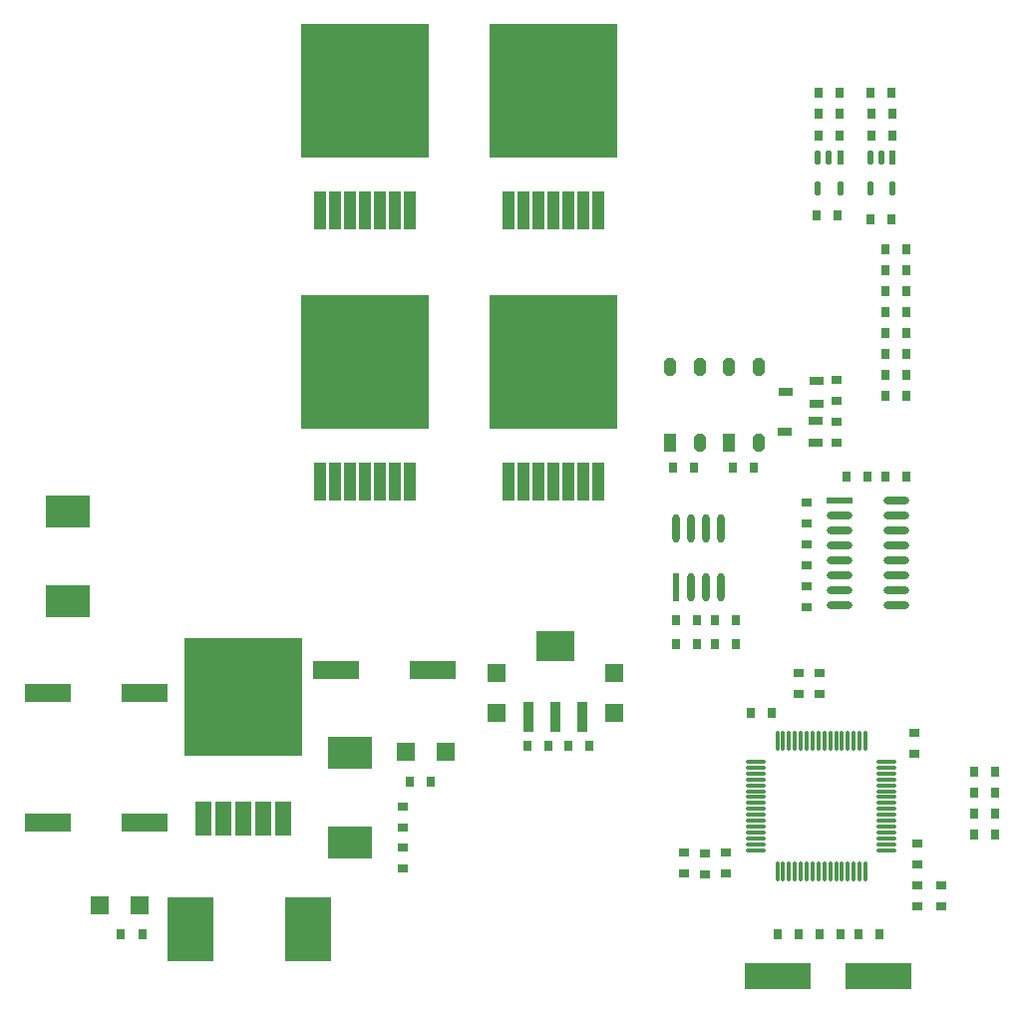
<source format=gtp>
%FSTAX24Y24*%
%MOIN*%
G70*
G01*
G75*
G04 Layer_Color=8421504*
%ADD10R,0.2200X0.0900*%
%ADD11R,0.0315X0.0374*%
%ADD12R,0.0551X0.1181*%
%ADD13R,0.3937X0.3937*%
%ADD14R,0.1575X0.2165*%
%ADD15R,0.0374X0.1004*%
%ADD16R,0.1299X0.1004*%
%ADD17R,0.0374X0.0315*%
%ADD18R,0.0630X0.0630*%
%ADD19R,0.0630X0.0630*%
%ADD20R,0.1575X0.0591*%
%ADD21R,0.1500X0.1100*%
%ADD22R,0.0394X0.1300*%
%ADD23R,0.4300X0.4500*%
%ADD24O,0.0236X0.0945*%
%ADD25R,0.0236X0.0945*%
%ADD26O,0.0709X0.0118*%
%ADD27O,0.0118X0.0709*%
G04:AMPARAMS|DCode=28|XSize=59.1mil|YSize=39.4mil|CornerRadius=0mil|HoleSize=0mil|Usage=FLASHONLY|Rotation=90.000|XOffset=0mil|YOffset=0mil|HoleType=Round|Shape=Octagon|*
%AMOCTAGOND28*
4,1,8,0.0098,0.0295,-0.0098,0.0295,-0.0197,0.0197,-0.0197,-0.0197,-0.0098,-0.0295,0.0098,-0.0295,0.0197,-0.0197,0.0197,0.0197,0.0098,0.0295,0.0*
%
%ADD28OCTAGOND28*%

%ADD29R,0.0394X0.0591*%
%ADD30R,0.0472X0.0256*%
G04:AMPARAMS|DCode=31|XSize=21.7mil|YSize=47.2mil|CornerRadius=0mil|HoleSize=0mil|Usage=FLASHONLY|Rotation=0.000|XOffset=0mil|YOffset=0mil|HoleType=Round|Shape=Octagon|*
%AMOCTAGOND31*
4,1,8,-0.0054,0.0236,0.0054,0.0236,0.0108,0.0182,0.0108,-0.0182,0.0054,-0.0236,-0.0054,-0.0236,-0.0108,-0.0182,-0.0108,0.0182,-0.0054,0.0236,0.0*
%
%ADD31OCTAGOND31*%

%ADD32R,0.0217X0.0472*%
%ADD33R,0.0866X0.0236*%
%ADD34O,0.0866X0.0236*%
%ADD35C,0.0100*%
%ADD36C,0.0200*%
%ADD37C,0.0550*%
%ADD38C,0.0600*%
%ADD39C,0.0250*%
%ADD40C,0.0300*%
%ADD41C,0.0400*%
%ADD42C,0.2362*%
%ADD43C,0.0984*%
%ADD44R,0.0551X0.0551*%
%ADD45C,0.0551*%
%ADD46C,0.1181*%
%ADD47C,0.0700*%
%ADD48C,0.0320*%
%ADD49C,0.0500*%
%ADD50C,0.0098*%
%ADD51C,0.0079*%
%ADD52C,0.0236*%
%ADD53C,0.0050*%
%ADD54C,0.0040*%
%ADD55C,0.0157*%
D10*
X04195Y0177D02*
D03*
X038604D02*
D03*
D11*
X042004Y0191D02*
D03*
X041296D02*
D03*
X040704D02*
D03*
X039996D02*
D03*
X039304D02*
D03*
X038596D02*
D03*
X030924Y025394D02*
D03*
X030215D02*
D03*
X031593D02*
D03*
X032302D02*
D03*
X016633Y019094D02*
D03*
X017341D02*
D03*
X026987Y024213D02*
D03*
X026278D02*
D03*
X037696Y0265D02*
D03*
X038404D02*
D03*
X036496Y0296D02*
D03*
X037204D02*
D03*
X037096Y0347D02*
D03*
X037804D02*
D03*
X035904Y0296D02*
D03*
X035196D02*
D03*
X037204Y0288D02*
D03*
X036496D02*
D03*
X035096Y0347D02*
D03*
X035804D02*
D03*
X042904Y0385D02*
D03*
X042196D02*
D03*
X042904Y0399D02*
D03*
X042196D02*
D03*
X042904Y042D02*
D03*
X042196D02*
D03*
X042904Y0378D02*
D03*
X042196D02*
D03*
X041696Y04725D02*
D03*
X042404D02*
D03*
X042904Y0371D02*
D03*
X042196D02*
D03*
X042904Y0392D02*
D03*
X042196D02*
D03*
X040664Y04654D02*
D03*
X039956D02*
D03*
X040654Y04581D02*
D03*
X039946D02*
D03*
X042904Y0406D02*
D03*
X042196D02*
D03*
X042904Y0413D02*
D03*
X042196D02*
D03*
X042424Y04655D02*
D03*
X041716D02*
D03*
X042414Y0458D02*
D03*
X041706D02*
D03*
X040654Y04725D02*
D03*
X039946D02*
D03*
X042904Y0344D02*
D03*
X042196D02*
D03*
X040896D02*
D03*
X041604D02*
D03*
X041696Y043D02*
D03*
X042404D02*
D03*
X039896Y04315D02*
D03*
X040604D02*
D03*
X035196Y0288D02*
D03*
X035904D02*
D03*
X045146Y02455D02*
D03*
X045854D02*
D03*
X045146Y02385D02*
D03*
X045854D02*
D03*
X045146Y02315D02*
D03*
X045854D02*
D03*
X045146Y02245D02*
D03*
X045854D02*
D03*
D12*
X019389Y022972D02*
D03*
X020058D02*
D03*
X020727D02*
D03*
X021396D02*
D03*
X022066D02*
D03*
D13*
X020727Y027028D02*
D03*
D14*
X018956Y019291D02*
D03*
X022893D02*
D03*
D15*
X030255Y026388D02*
D03*
X03116D02*
D03*
X032066D02*
D03*
D16*
X03116Y02873D02*
D03*
D17*
X026042Y022008D02*
D03*
Y021299D02*
D03*
Y022677D02*
D03*
Y023386D02*
D03*
X03685Y021146D02*
D03*
Y021854D02*
D03*
X04315Y025854D02*
D03*
Y025146D02*
D03*
X04325Y022154D02*
D03*
Y021446D02*
D03*
Y020754D02*
D03*
Y020046D02*
D03*
X04405Y020046D02*
D03*
Y020754D02*
D03*
X04055Y036946D02*
D03*
Y037654D02*
D03*
X03615Y021116D02*
D03*
Y021824D02*
D03*
X04055Y035546D02*
D03*
Y036254D02*
D03*
X03545Y021854D02*
D03*
Y021146D02*
D03*
X03955Y032846D02*
D03*
Y033554D02*
D03*
Y032154D02*
D03*
Y031446D02*
D03*
Y030754D02*
D03*
Y030046D02*
D03*
X0393Y027146D02*
D03*
Y027854D02*
D03*
X04Y027146D02*
D03*
Y027854D02*
D03*
D18*
X029192Y027835D02*
D03*
Y026496D02*
D03*
X033129Y027835D02*
D03*
Y026496D02*
D03*
D19*
X02616Y025197D02*
D03*
X027499D02*
D03*
X017263Y020079D02*
D03*
X015924D02*
D03*
D20*
X027066Y027953D02*
D03*
X023837D02*
D03*
X014192Y022835D02*
D03*
X01742D02*
D03*
Y027165D02*
D03*
X014192D02*
D03*
D21*
X014852Y033233D02*
D03*
Y030233D02*
D03*
X0243Y025162D02*
D03*
Y022162D02*
D03*
D22*
X023803Y043307D02*
D03*
X025803D02*
D03*
X024803D02*
D03*
X024303D02*
D03*
X025303D02*
D03*
X023303D02*
D03*
X026303D02*
D03*
X030102D02*
D03*
X032102D02*
D03*
X031102D02*
D03*
X030602D02*
D03*
X031602D02*
D03*
X029602D02*
D03*
X032602D02*
D03*
X023803Y034252D02*
D03*
X025803D02*
D03*
X024803D02*
D03*
X024303D02*
D03*
X025303D02*
D03*
X023303D02*
D03*
X026303D02*
D03*
X030102D02*
D03*
X032102D02*
D03*
X031102D02*
D03*
X030602D02*
D03*
X031602D02*
D03*
X029602D02*
D03*
X032602D02*
D03*
D23*
X024803Y047307D02*
D03*
X031102D02*
D03*
X024803Y038252D02*
D03*
X031102D02*
D03*
D24*
X0367Y032684D02*
D03*
X0362D02*
D03*
X0357D02*
D03*
X0352D02*
D03*
X0367Y030716D02*
D03*
X0362D02*
D03*
X0357D02*
D03*
D25*
X0352D02*
D03*
D26*
X037865Y021924D02*
D03*
Y02212D02*
D03*
Y022317D02*
D03*
Y022514D02*
D03*
Y022711D02*
D03*
Y022908D02*
D03*
Y023105D02*
D03*
Y023302D02*
D03*
Y023498D02*
D03*
Y023695D02*
D03*
Y023892D02*
D03*
Y024089D02*
D03*
Y024286D02*
D03*
Y024483D02*
D03*
Y02468D02*
D03*
Y024876D02*
D03*
X042235D02*
D03*
Y02468D02*
D03*
Y024483D02*
D03*
Y024286D02*
D03*
Y024089D02*
D03*
Y023892D02*
D03*
Y023695D02*
D03*
Y023498D02*
D03*
Y023302D02*
D03*
Y023105D02*
D03*
Y022908D02*
D03*
Y022711D02*
D03*
Y022514D02*
D03*
Y022317D02*
D03*
Y02212D02*
D03*
Y021924D02*
D03*
D27*
X038574Y025585D02*
D03*
X03877D02*
D03*
X038967D02*
D03*
X039164D02*
D03*
X039361D02*
D03*
X039558D02*
D03*
X039755D02*
D03*
X039952D02*
D03*
X040148D02*
D03*
X040345D02*
D03*
X040542D02*
D03*
X040739D02*
D03*
X040936D02*
D03*
X041133D02*
D03*
X04133D02*
D03*
X041526D02*
D03*
Y021215D02*
D03*
X04133D02*
D03*
X041133D02*
D03*
X040936D02*
D03*
X040739D02*
D03*
X040542D02*
D03*
X040345D02*
D03*
X040148D02*
D03*
X039952D02*
D03*
X039755D02*
D03*
X039558D02*
D03*
X039361D02*
D03*
X039164D02*
D03*
X038967D02*
D03*
X03877D02*
D03*
X038574D02*
D03*
D28*
X036957Y03808D02*
D03*
X037942D02*
D03*
X037961Y035542D02*
D03*
X034989Y03808D02*
D03*
X035973D02*
D03*
X035993Y035542D02*
D03*
D29*
X036957Y035542D02*
D03*
X034989Y035542D02*
D03*
D30*
X038848Y03723D02*
D03*
X039893Y036856D02*
D03*
Y037604D02*
D03*
X038828Y0359D02*
D03*
X039872Y035526D02*
D03*
Y036274D02*
D03*
D31*
X042424Y044028D02*
D03*
X041676D02*
D03*
X04205Y045062D02*
D03*
X041676D02*
D03*
X040674Y044038D02*
D03*
X039926D02*
D03*
X0403Y045072D02*
D03*
X039926D02*
D03*
D32*
X042424Y045062D02*
D03*
X040674Y045072D02*
D03*
D33*
X04067Y033593D02*
D03*
D34*
Y033093D02*
D03*
Y032593D02*
D03*
Y032093D02*
D03*
Y031593D02*
D03*
Y031093D02*
D03*
Y030593D02*
D03*
X04256Y033093D02*
D03*
Y032593D02*
D03*
Y032093D02*
D03*
Y031593D02*
D03*
Y031093D02*
D03*
Y030593D02*
D03*
Y030093D02*
D03*
Y033593D02*
D03*
X04067Y030093D02*
D03*
M02*

</source>
